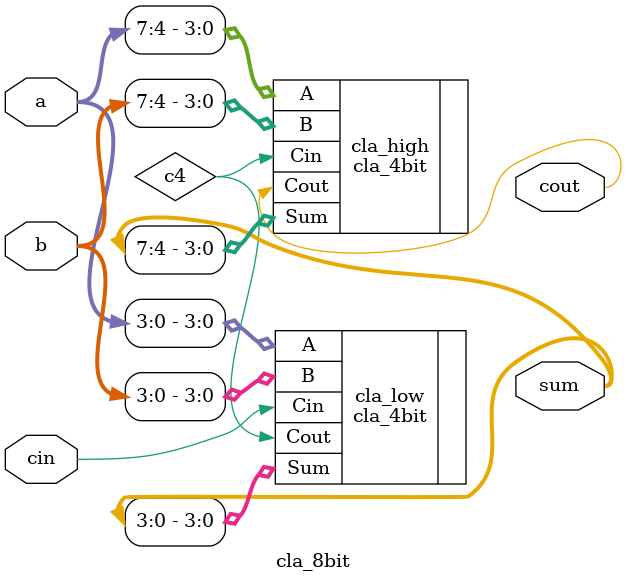
<source format=v>
`timescale 1ns / 1ps

module cla_8bit (
    input signed [7:0] a, b,
    input cin,
    output signed [7:0] sum,
    output cout
);
    wire c4;

    // Lower 4-bit CLA
    cla_4bit cla_low (
        .A(a[3:0]),
        .B(b[3:0]),
        .Cin(cin),
        .Sum(sum[3:0]),
        .Cout(c4)
    );

    // Upper 4-bit CLA
    cla_4bit cla_high (
        .A(a[7:4]),
        .B(b[7:4]),
        .Cin(c4),
        .Sum(sum[7:4]),
        .Cout(cout)
    );
endmodule
</source>
